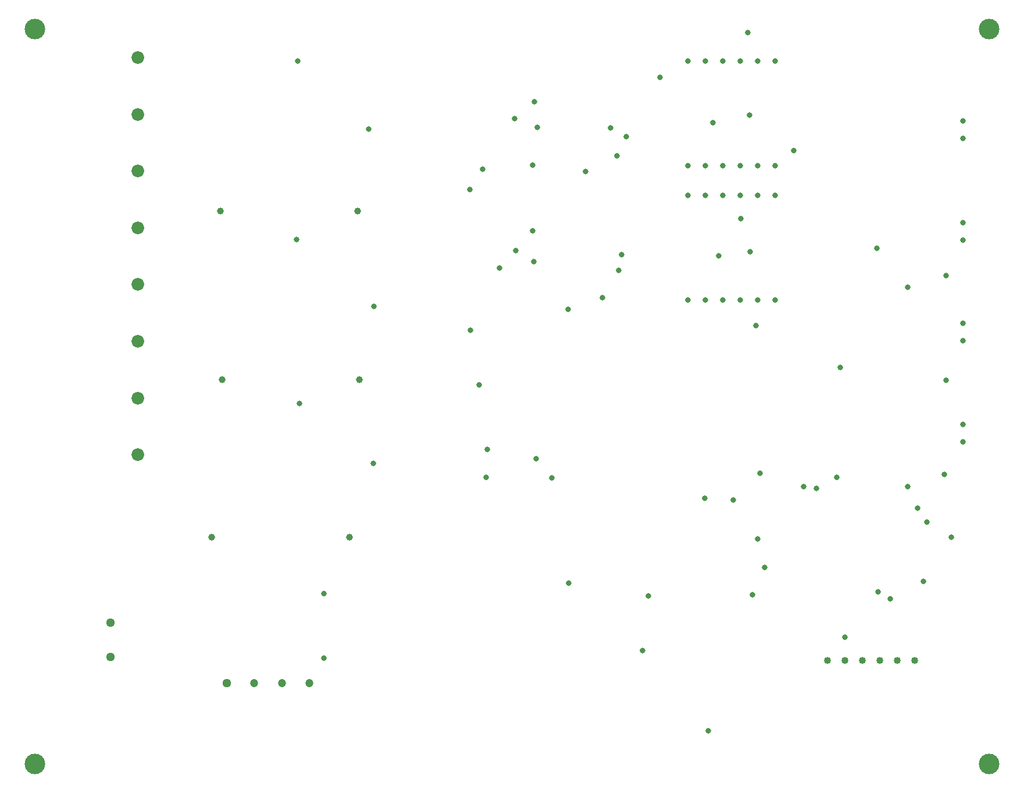
<source format=gbr>
%FSLAX24Y24*%
%MOIN*%
%IPPOS*%
G75*
%ADD10C,0.03150*%
%ADD11C,0.03940*%
%ADD12C,0.04000*%
%ADD13C,0.04720*%
%ADD14C,0.05120*%
%ADD15C,0.07280*%
%ADD16C,0.11810*%
G54D10*
X51540Y18780D03*
X52220Y18380D03*
X54140Y19400D03*
X41800Y10810D03*
X49630Y16190D03*
X44310Y18630D03*
X38030Y15430D03*
X38350Y18540D03*
X33790Y19290D03*
X19750Y14980D03*
Y18700D03*
X18350Y29580D03*
X29130Y26970D03*
X29060Y25360D03*
X22580Y26170D03*
X32810Y25310D03*
X31930Y26410D03*
X49150Y25360D03*
X47990Y24720D03*
X47250Y24820D03*
X44750Y25600D03*
X43220Y24050D03*
X41590Y24140D03*
X44640Y21820D03*
X45030Y20190D03*
X54340Y22800D03*
X53790Y23600D03*
X53220Y24830D03*
X55340Y25520D03*
X56390Y27400D03*
Y28400D03*
X55740Y21920D03*
X55420Y30920D03*
X53240Y36270D03*
X55420Y36920D03*
X56390Y38950D03*
Y39950D03*
Y34200D03*
Y33200D03*
X51450Y38500D03*
X42390Y38060D03*
X44190Y38280D03*
X40640Y35520D03*
X41640D03*
X42640D03*
X43640D03*
X44640D03*
X45640D03*
X44530Y34070D03*
X49370Y31640D03*
X30760Y38370D03*
X31720Y39480D03*
X31800Y37720D03*
X33760Y34990D03*
X35740Y35650D03*
X36650Y37220D03*
X36810Y38110D03*
X28670Y30650D03*
X22610Y35140D03*
X28150Y33800D03*
X29840Y37350D03*
X18190Y38990D03*
X18270Y49230D03*
X28140Y41840D03*
X28860Y43010D03*
X22330Y45320D03*
X30690Y45920D03*
X37100Y44900D03*
X36180Y45400D03*
X36570Y43800D03*
X34750Y42900D03*
X31710Y43260D03*
X31980Y45420D03*
X39010Y48290D03*
X31820Y46900D03*
X43670Y40190D03*
X43640Y41520D03*
X42640D03*
X41640D03*
X40640D03*
Y43210D03*
X41640D03*
X42640D03*
X43640D03*
X44640D03*
X45640D03*
Y41520D03*
X44640D03*
X46700Y44100D03*
X44160Y46110D03*
X42070Y45690D03*
X45640Y49210D03*
X44640D03*
X43640D03*
X42640D03*
X41640D03*
X40640D03*
X56390Y44800D03*
Y45800D03*
X44050Y50850D03*
G54D11*
X13340Y21930D03*
X21220D03*
X21790Y30950D03*
X13910D03*
X13820Y40620D03*
X21690D03*
G54D12*
X50640Y14850D03*
X51640D03*
X52640D03*
X53640D03*
X48640D03*
X49640D03*
G54D13*
X15770Y13570D03*
X17350D03*
X18920D03*
G54D14*
X14200D03*
X7510Y15040D03*
Y17010D03*
G54D15*
X9080Y26650D03*
Y29900D03*
Y33150D03*
Y36410D03*
Y39660D03*
Y42910D03*
Y46160D03*
Y49410D03*
G54D16*
X3180Y8930D03*
X57900D03*
Y51060D03*
X3180D03*
M02*

</source>
